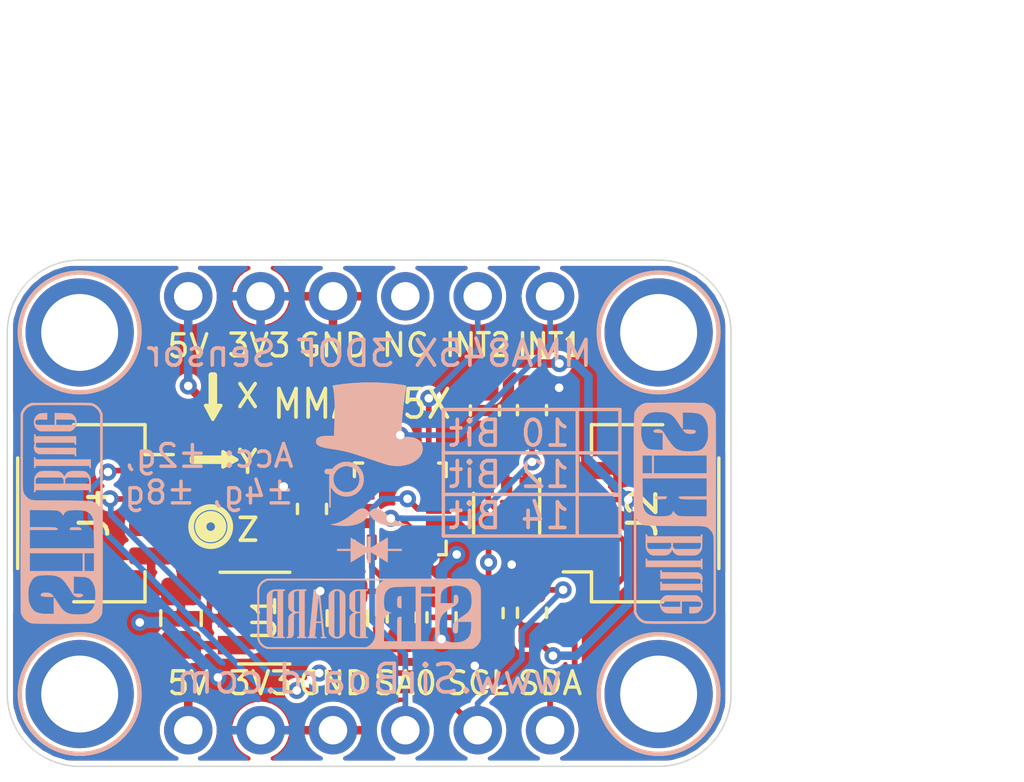
<source format=kicad_pcb>
(kicad_pcb (version 20171130) (host pcbnew "(5.1.2)-2")
  (title_block (title "MMA845X Breakout with 5V Level Shift") (date 2020-01-22) (rev 2) (company "SirBoard ") (comment 1 "Digital 10 Bit, 8bit/12Bit or 14bit I2C Accelerometer") (comment 2 "1.56Hz - 800Hz Data Rates") (comment 3 "Accelerometer: ±2g, ±4g, ±8g") (comment 4 "MMA8451, MMA8452, MMA8453 - SirBlue"))
  (layers (0 F.Cu signal) (31 B.Cu signal) (34 B.Paste user hide) (35 F.Paste user hide) (36 B.SilkS user) (37 F.SilkS user) (38 B.Mask user hide) (39 F.Mask user hide) (44 Edge.Cuts user))
  (net 0 "")
  (net 1 GND)
  (net 2 5V)
  (net 3 3V3)
  (net 4 "Net-(U1-Pad4)")
  (net 5 SCL_5V)
  (net 6 SDA_3V3)
  (net 7 SDA_5V)
  (net 8 SCL_3V3)
  (net 9 "Net-(J3-Pad4)")
  (net 10 "Net-(C3-Pad1)")
  (net 11 SA0)
  (net 12 INT1)
  (net 13 INT2)
  (net 14 "Net-(U2-Pad16)")
  (net 15 "Net-(U2-Pad15)")
  (net 16 "Net-(U2-Pad13)")
  (net 17 "Net-(U2-Pad8)")
  (net 18 "Net-(U2-Pad3)")
  (module SirBoardLibrary:QFN-COL-16-P=0.5 (layer F.Cu) (at 66.3702 35.814 90)
    (fp_text reference U2 hide)
    (fp_text value MMA8451)
    (pad 16 smd roundrect (at -0.5 -1.35 90) (size 0.35 0.9) (layers F.Cu F.Paste F.Mask) (roundrect_rratio 0.15) (net 14 "Net-(U2-Pad16)"))
    (pad 15 smd roundrect (at 0 -1.35 90) (size 0.35 0.9) (layers F.Cu F.Paste F.Mask) (roundrect_rratio 0.15) (net 15 "Net-(U2-Pad15)"))
    (pad 14 smd roundrect (at 0.5 -1.35 90) (size 0.35 0.9) (layers F.Cu F.Paste F.Mask) (roundrect_rratio 0.15) (net 3 3V3))
    (pad 13 smd roundrect (at 1.35 -1) (size 0.35 0.9) (layers F.Cu F.Paste F.Mask) (roundrect_rratio 0.15) (net 16 "Net-(U2-Pad13)"))
    (pad 12 smd roundrect (at 1.35 -0.5) (size 0.35 0.9) (layers F.Cu F.Paste F.Mask) (roundrect_rratio 0.15) (net 1 GND))
    (pad 11 smd roundrect (at 1.35 0) (size 0.35 0.9) (layers F.Cu F.Paste F.Mask) (roundrect_rratio 0.15) (net 12 INT1))
    (pad 10 smd roundrect (at 1.35 0.5) (size 0.35 0.9) (layers F.Cu F.Paste F.Mask) (roundrect_rratio 0.15) (net 1 GND))
    (pad 9 smd roundrect (at 1.35 1) (size 0.35 0.9) (layers F.Cu F.Paste F.Mask) (roundrect_rratio 0.15) (net 13 INT2))
    (pad 8 smd roundrect (at 0.5 1.35 270) (size 0.35 0.9) (layers F.Cu F.Paste F.Mask) (roundrect_rratio 0.15) (net 17 "Net-(U2-Pad8)"))
    (pad 7 smd roundrect (at 0 1.35 270) (size 0.35 0.9) (layers F.Cu F.Paste F.Mask) (roundrect_rratio 0.15) (net 11 SA0))
    (pad 6 smd roundrect (at -0.5 1.35 270) (size 0.35 0.9) (layers F.Cu F.Paste F.Mask) (roundrect_rratio 0.15) (net 6 SDA_3V3))
    (pad 5 smd roundrect (at -1.35 1 180) (size 0.35 0.9) (layers F.Cu F.Paste F.Mask) (roundrect_rratio 0.15) (net 1 GND))
    (pad 4 smd roundrect (at -1.35 0.5 180) (size 0.35 0.9) (layers F.Cu F.Paste F.Mask) (roundrect_rratio 0.15) (net 8 SCL_3V3))
    (pad 3 smd roundrect (at -1.35 0 180) (size 0.35 0.9) (layers F.Cu F.Paste F.Mask) (roundrect_rratio 0.15) (net 18 "Net-(U2-Pad3)"))
    (pad 2 smd roundrect (at -1.35 -0.5 180) (size 0.35 0.9) (layers F.Cu F.Paste F.Mask) (roundrect_rratio 0.15) (net 10 "Net-(C3-Pad1)"))
    (pad 1 smd roundrect (at -1.35 -1 180) (size 0.35 0.9) (layers F.Cu F.Paste F.Mask) (roundrect_rratio 0.15) (net 3 3V3))
  )
  (module Capacitor_SMD:C_0603_1608Metric (layer F.Cu) (at 63.2714 35.814 270)
    (fp_text reference C5 hide)
    (fp_text value 100nF)
    (pad 2 smd roundrect (at 0.7875 0 270) (size 0.875 0.95) (layers F.Cu F.Paste F.Mask) (net 1 GND))
    (pad 1 smd roundrect (at -0.7875 0 270) (size 0.875 0.95) (layers F.Cu F.Paste F.Mask) (net 3 3V3))
  )
  (module Capacitor_SMD:C_0603_1608Metric (layer F.Cu) (at 67.818 39.624 270)
    (fp_text reference C3 hide)
    (fp_text value 100nF)
    (pad 2 smd roundrect (at 0.7875 0 270) (size 0.875 0.95) (layers F.Cu F.Paste F.Mask) (net 1 GND))
    (pad 1 smd roundrect (at -0.7875 0 270) (size 0.875 0.95) (layers F.Cu F.Paste F.Mask) (net 10 "Net-(C3-Pad1)"))
  )
  (module Capacitor_SMD:C_0603_1608Metric (layer F.Cu) (at 66.421 39.624 270)
    (fp_text reference C2 hide)
    (fp_text value 100nF)
    (pad 2 smd roundrect (at 0.7875 0 270) (size 0.875 0.95) (layers F.Cu F.Paste F.Mask) (net 1 GND))
    (pad 1 smd roundrect (at -0.7875 0 270) (size 0.875 0.95) (layers F.Cu F.Paste F.Mask) (net 3 3V3))
  )
  (module logo:SirBoard79x25 (layer B.Cu) (at 65.278 39.497 180)
    (fp_text reference G*** hide)
    (fp_text value LOGO hide)
  )
  (module logo:logo63x89 (layer B.Cu) (at 65.278 34.544 180)
    (fp_text reference G*** hide)
    (fp_text value LOGO hide)
  )
  (module logo:SirBlue78x29 (layer B.Cu) (at 76.0095 35.9664 270)
    (fp_text reference G*** hide)
    (fp_text value LOGO hide)
  )
  (module logo:SirBlue78x29 (layer B.Cu) (at 54.483 35.9664 90)
    (fp_text reference G*** hide)
    (fp_text value LOGO hide)
  )
  (module Connector_PinHeader_2.54mm:PinHeader_1x06_P2.54mm_Vertical (layer B.Cu) (at 58.928 28.3464 270)
    (fp_text reference J3 hide)
    (fp_text value Conn_01x06)
    (pad 6 thru_hole oval (at 0 -12.7 270) (size 1.7 1.7) (drill 1) (layers *.Cu *.Mask) (net 12 INT1))
    (pad 5 thru_hole oval (at 0 -10.16 270) (size 1.7 1.7) (drill 1) (layers *.Cu *.Mask) (net 13 INT2))
    (pad 4 thru_hole oval (at 0 -7.62 270) (size 1.7 1.7) (drill 1) (layers *.Cu *.Mask) (net 9 "Net-(J3-Pad4)"))
    (pad 3 thru_hole oval (at 0 -5.08 270) (size 1.7 1.7) (drill 1) (layers *.Cu *.Mask) (net 1 GND))
    (pad 2 thru_hole oval (at 0 -2.54 270) (size 1.7 1.7) (drill 1) (layers *.Cu *.Mask) (net 3 3V3))
    (pad 1 thru_hole circle (at 0 0 270) (size 1.7 1.7) (drill 1) (layers *.Cu *.Mask) (net 2 5V))
  )
  (module Connector_PinHeader_2.54mm:PinHeader_1x06_P2.54mm_Vertical (layer B.Cu) (at 58.928 43.5864 270)
    (fp_text reference J1 hide)
    (fp_text value Conn_01x06)
    (pad 6 thru_hole oval (at 0 -12.7 270) (size 1.7 1.7) (drill 1) (layers *.Cu *.Mask) (net 7 SDA_5V))
    (pad 5 thru_hole oval (at 0 -10.16 270) (size 1.7 1.7) (drill 1) (layers *.Cu *.Mask) (net 5 SCL_5V))
    (pad 4 thru_hole oval (at 0 -7.62 270) (size 1.7 1.7) (drill 1) (layers *.Cu *.Mask) (net 11 SA0))
    (pad 3 thru_hole oval (at 0 -5.08 270) (size 1.7 1.7) (drill 1) (layers *.Cu *.Mask) (net 1 GND))
    (pad 2 thru_hole oval (at 0 -2.54 270) (size 1.7 1.7) (drill 1) (layers *.Cu *.Mask) (net 3 3V3))
    (pad 1 thru_hole circle (at 0 0 270) (size 1.7 1.7) (drill 1) (layers *.Cu *.Mask) (net 2 5V))
  )
  (module Package_TO_SOT_SMD:SOT-23-5 (layer F.Cu) (at 61.595 39.6494)
    (fp_text reference U1 (at 0 0 90) (layer F.SilkS) (effects (font (size 0.8 0.8) (thickness 0.12))))
    (fp_text value AP2127K-3.3)
    (pad 5 smd rect (at 1.1 -0.95) (size 1.06 0.65) (layers F.Cu F.Paste F.Mask) (net 3 3V3))
    (pad 4 smd rect (at 1.1 0.95) (size 1.06 0.65) (layers F.Cu F.Paste F.Mask) (net 4 "Net-(U1-Pad4)"))
    (pad 3 smd rect (at -1.1 0.95) (size 1.06 0.65) (layers F.Cu F.Paste F.Mask) (net 2 5V))
    (pad 2 smd rect (at -1.1 0) (size 1.06 0.65) (layers F.Cu F.Paste F.Mask) (net 1 GND))
    (pad 1 smd rect (at -1.1 -0.95) (size 1.06 0.65) (layers F.Cu F.Paste F.Mask) (net 2 5V))
  )
  (module Connector_JST:JST_SH_SM04B-SRSS-TB_1x04-1MP_P1.00mm_Horizontal (layer F.Cu) (at 55.626 35.9664 270)
    (fp_text reference J4 (at 0 0 270) (layer F.SilkS))
    (fp_text value Conn_01x04)
    (pad MP smd roundrect (at 2.8 1.875 270) (size 1.2 1.8) (layers F.Cu F.Paste F.Mask) (roundrect_rratio 0.208333))
    (pad MP smd roundrect (at -2.8 1.875 270) (size 1.2 1.8) (layers F.Cu F.Paste F.Mask) (roundrect_rratio 0.208333))
    (pad 4 smd roundrect (at 1.5 -2 270) (size 0.6 1.55) (layers F.Cu F.Paste F.Mask) (net 1 GND))
    (pad 3 smd roundrect (at 0.5 -2 270) (size 0.6 1.55) (layers F.Cu F.Paste F.Mask) (net 2 5V))
    (pad 2 smd roundrect (at -0.5 -2 270) (size 0.6 1.55) (layers F.Cu F.Paste F.Mask) (net 7 SDA_5V))
    (pad 1 smd roundrect (at -1.5 -2 270) (size 0.6 1.55) (layers F.Cu F.Paste F.Mask) (net 5 SCL_5V))
  )
  (module Connector_JST:JST_SH_SM04B-SRSS-TB_1x04-1MP_P1.00mm_Horizontal (layer F.Cu) (at 74.8665 35.9664 90)
    (fp_text reference J2 (at 0 0 90) (layer F.SilkS))
    (fp_text value Conn_01x04)
    (pad MP smd roundrect (at 2.8 1.875 90) (size 1.2 1.8) (layers F.Cu F.Paste F.Mask) (roundrect_rratio 0.208333))
    (pad MP smd roundrect (at -2.8 1.875 90) (size 1.2 1.8) (layers F.Cu F.Paste F.Mask) (roundrect_rratio 0.208333))
    (pad 4 smd roundrect (at 1.5 -2 90) (size 0.6 1.55) (layers F.Cu F.Paste F.Mask) (net 1 GND))
    (pad 3 smd roundrect (at 0.5 -2 90) (size 0.6 1.55) (layers F.Cu F.Paste F.Mask) (net 2 5V))
    (pad 2 smd roundrect (at -0.5 -2 90) (size 0.6 1.55) (layers F.Cu F.Paste F.Mask) (net 7 SDA_5V))
    (pad 1 smd roundrect (at -1.5 -2 90) (size 0.6 1.55) (layers F.Cu F.Paste F.Mask) (net 5 SCL_5V))
  )
  (module Capacitor_SMD:C_0805_2012Metric (layer F.Cu) (at 64.516 39.6494 270)
    (fp_text reference C4 hide)
    (fp_text value 10uF)
    (pad 2 smd roundrect (at 0.9375 0 270) (size 0.975 1.4) (layers F.Cu F.Paste F.Mask) (net 1 GND))
    (pad 1 smd roundrect (at -0.9375 0 270) (size 0.975 1.4) (layers F.Cu F.Paste F.Mask) (net 3 3V3))
  )
  (module Capacitor_SMD:C_0805_2012Metric (layer F.Cu) (at 58.674 39.6494 90)
    (fp_text reference C1 hide)
    (fp_text value 10uF)
    (pad 2 smd roundrect (at 0.9375 0 90) (size 0.975 1.4) (layers F.Cu F.Paste F.Mask) (net 1 GND))
    (pad 1 smd roundrect (at -0.9375 0 90) (size 0.975 1.4) (layers F.Cu F.Paste F.Mask) (net 2 5V))
  )
  (module SirBoardLibrary:MountingHole_M2.5_SirBoard (layer F.Cu) (at 55.118 42.3164 270)
    (fp_text reference H1 hide)
    (fp_text value MountingHole)
    (pad 1 thru_hole circle (at 0 0 270) (size 3.8 3.8) (drill 2.7) (layers *.Cu *.Mask))
  )
  (module SirBoardLibrary:MountingHole_M2.5_SirBoard (layer F.Cu) (at 55.118 29.6164 270)
    (fp_text reference H2 hide)
    (fp_text value MountingHole)
    (pad 1 thru_hole circle (at 0 0 270) (size 3.8 3.8) (drill 2.7) (layers *.Cu *.Mask))
  )
  (module SirBoardLibrary:MountingHole_M2.5_SirBoard (layer F.Cu) (at 75.438 42.3164 90)
    (fp_text reference H3 hide)
    (fp_text value MountingHole)
    (pad 1 thru_hole circle (at 0 0 90) (size 3.8 3.8) (drill 2.7) (layers *.Cu *.Mask))
  )
  (module SirBoardLibrary:MountingHole_M2.5_SirBoard (layer F.Cu) (at 75.438 29.6164 90)
    (fp_text reference H4 hide)
    (fp_text value MountingHole)
    (pad 1 thru_hole circle (at 0 0 90) (size 3.8 3.8) (drill 2.7) (layers *.Cu *.Mask))
  )
  (module Resistor_SMD:R_0603_1608Metric (layer F.Cu) (at 69.342 32.3596 270)
    (fp_text reference R8 hide)
    (fp_text value 10K)
    (pad 2 smd roundrect (at 0.7875 0 270) (size 0.875 0.95) (layers F.Cu F.Paste F.Mask) (net 7 SDA_5V))
    (pad 1 smd roundrect (at -0.7875 0 270) (size 0.875 0.95) (layers F.Cu F.Paste F.Mask) (net 2 5V))
  )
  (module Resistor_SMD:R_0603_1608Metric (layer F.Cu) (at 69.469 39.4716 270)
    (fp_text reference R7 hide)
    (fp_text value 10K)
    (pad 2 smd roundrect (at 0.7875 0 270) (size 0.875 0.95) (layers F.Cu F.Paste F.Mask) (net 3 3V3))
    (pad 1 smd roundrect (at -0.7875 0 270) (size 0.875 0.95) (layers F.Cu F.Paste F.Mask) (net 6 SDA_3V3))
  )
  (module Resistor_SMD:R_0603_1608Metric (layer F.Cu) (at 70.993 39.4589 90)
    (fp_text reference R6 hide)
    (fp_text value 10K)
    (pad 2 smd roundrect (at 0.7875 0 90) (size 0.875 0.95) (layers F.Cu F.Paste F.Mask) (net 5 SCL_5V))
    (pad 1 smd roundrect (at -0.7875 0 90) (size 0.875 0.95) (layers F.Cu F.Paste F.Mask) (net 2 5V))
  )
  (module Resistor_SMD:R_0603_1608Metric (layer F.Cu) (at 70.993 32.3469 90)
    (fp_text reference R5 hide)
    (fp_text value 10K)
    (pad 2 smd roundrect (at 0.7875 0 90) (size 0.875 0.95) (layers F.Cu F.Paste F.Mask) (net 3 3V3))
    (pad 1 smd roundrect (at -0.7875 0 90) (size 0.875 0.95) (layers F.Cu F.Paste F.Mask) (net 8 SCL_3V3))
  )
  (module Package_TO_SOT_SMD:SOT-363_SC-70-6 (layer F.Cu) (at 70.104 35.9664 270)
    (fp_text reference Q2 hide)
    (fp_text value BSS138DW)
    (pad 6 smd rect (at 0.95 -0.65 270) (size 0.65 0.4) (layers F.Cu F.Paste F.Mask) (net 5 SCL_5V))
    (pad 4 smd rect (at 0.95 0.65 270) (size 0.65 0.4) (layers F.Cu F.Paste F.Mask) (net 6 SDA_3V3))
    (pad 2 smd rect (at -0.95 0 270) (size 0.65 0.4) (layers F.Cu F.Paste F.Mask) (net 3 3V3))
    (pad 5 smd rect (at 0.95 0 270) (size 0.65 0.4) (layers F.Cu F.Paste F.Mask) (net 3 3V3))
    (pad 3 smd rect (at -0.95 0.65 270) (size 0.65 0.4) (layers F.Cu F.Paste F.Mask) (net 7 SDA_5V))
    (pad 1 smd rect (at -0.95 -0.65 270) (size 0.65 0.4) (layers F.Cu F.Paste F.Mask) (net 8 SCL_3V3))
  )
  (gr_line (start 67.8815 32.3215) (end 74.0791 32.3215) (layer B.SilkS) (width 0.12))
  (gr_text "10 Bit\n12 Bit\n14 Bit" (at 70.1929 34.6075) (layer B.SilkS) (effects (font (size 0.9 0.9) (thickness 0.13)) (justify mirror)))
  (gr_line (start 67.8815 33.8455) (end 74.0791 33.8455) (layer B.SilkS) (width 0.12))
  (gr_line (start 74.0791 32.3215) (end 74.0791 36.7665) (layer B.SilkS) (width 0.12))
  (gr_line (start 74.0791 36.7665) (end 67.8815 36.7665) (layer B.SilkS) (width 0.12))
  (gr_line (start 67.8815 36.7665) (end 67.8815 32.3215) (layer B.SilkS) (width 0.12))
  (gr_line (start 67.8815 35.306) (end 74.0791 35.306) (layer B.SilkS) (width 0.12))
  (gr_line (start 72.5805 32.3215) (end 72.5805 36.7665) (layer B.SilkS) (width 0.12))
  (gr_text MMA845X (at 65.024 32.131) (layer F.SilkS) (effects (font (size 1 0.9) (thickness 0.13))))
  (gr_text 5V (at 58.928 30.099) (layer F.SilkS) (effects (font (size 0.8 0.8) (thickness 0.12))))
  (gr_text 3V3 (at 61.4172 30.0736) (layer F.SilkS) (effects (font (size 0.8 0.8) (thickness 0.12))))
  (gr_text GND (at 64.008 30.0736) (layer F.SilkS) (effects (font (size 0.8 0.8) (thickness 0.12))))
  (gr_line (start 60.1472 33.8074) (end 60.1472 34.3408) (layer F.SilkS) (width 0.12))
  (gr_line (start 60.2234 33.8836) (end 60.2234 34.2646) (layer F.SilkS) (width 0.12))
  (gr_line (start 59.0804 34.1376) (end 60.452 34.1376) (layer F.SilkS) (width 0.2))
  (gr_line (start 59.0804 34.036) (end 60.452 34.036) (layer F.SilkS) (width 0.2))
  (gr_line (start 59.0804 34.0868) (end 60.452 34.0868) (layer F.SilkS) (width 0.2))
  (gr_line (start 60.6298 34.0868) (end 60.1472 33.8074) (layer F.SilkS) (width 0.12))
  (gr_line (start 60.6298 34.0868) (end 60.1472 34.3408) (layer F.SilkS) (width 0.12))
  (gr_line (start 59.9948 32.258) (end 59.6138 32.258) (layer F.SilkS) (width 0.12))
  (gr_line (start 60.071 32.1818) (end 59.5376 32.1818) (layer F.SilkS) (width 0.12))
  (gr_line (start 59.7916 31.115) (end 59.7916 32.4866) (layer F.SilkS) (width 0.2))
  (gr_line (start 59.8424 31.115) (end 59.8424 32.4866) (layer F.SilkS) (width 0.2))
  (gr_line (start 59.7408 31.115) (end 59.7408 32.4866) (layer F.SilkS) (width 0.2))
  (gr_line (start 59.7916 32.6644) (end 60.071 32.1818) (layer F.SilkS) (width 0.12))
  (gr_line (start 59.7916 32.6644) (end 59.5376 32.1818) (layer F.SilkS) (width 0.12))
  (gr_text INT1 (at 71.628 30.0609) (layer F.SilkS) (effects (font (size 0.8 0.7) (thickness 0.12))))
  (gr_text "Acc: ±2g,\n±4g, ±8g" (at 59.6646 34.5948) (layer B.SilkS) (effects (font (size 0.8 0.8) (thickness 0.12)) (justify mirror)))
  (gr_text Y (at 61.0108 34.163) (layer F.SilkS) (effects (font (size 0.8 0.8) (thickness 0.13))))
  (gr_text Z (at 61.0235 36.4744 180) (layer F.SilkS) (effects (font (size 0.8 0.8) (thickness 0.13))))
  (gr_text X (at 61.0108 31.8516) (layer F.SilkS) (effects (font (size 0.8 0.8) (thickness 0.13))))
  (gr_circle (center 59.7154 36.4363) (end 59.8654 36.4363) (layer F.SilkS) (width 0.4))
  (gr_arc (start 59.7154 36.4363) (end 59.7408 35.7505) (angle -357.8050689) (layer F.SilkS) (width 0.2))
  (gr_text INT2 (at 69.088 30.0609) (layer F.SilkS) (effects (font (size 0.8 0.7) (thickness 0.12))))
  (gr_text NC (at 66.548 30.0609) (layer F.SilkS) (effects (font (size 0.8 0.8) (thickness 0.12))))
  (gr_text 5V (at 58.928 41.9354) (layer F.SilkS) (effects (font (size 0.8 0.8) (thickness 0.12))))
  (gr_text 3V3 (at 61.468 41.9354) (layer F.SilkS) (effects (font (size 0.8 0.8) (thickness 0.12))))
  (gr_text GND (at 64.008 41.9354) (layer F.SilkS) (effects (font (size 0.8 0.8) (thickness 0.12))))
  (gr_text SA0 (at 66.548 41.9354) (layer F.SilkS) (effects (font (size 0.8 0.8) (thickness 0.12))))
  (gr_text SCL (at 69.088 41.9354) (layer F.SilkS) (effects (font (size 0.8 0.8) (thickness 0.12))))
  (gr_text SDA (at 71.628 41.9354) (layer F.SilkS) (effects (font (size 0.8 0.8) (thickness 0.12))))
  (gr_arc (start 55.118 29.6164) (end 55.118 27.0764) (angle -90) (layer Edge.Cuts) (width 0.05))
  (gr_arc (start 75.438 29.6164) (end 77.978 29.6164) (angle -90) (layer Edge.Cuts) (width 0.05))
  (gr_arc (start 75.438 42.3164) (end 75.438 44.8564) (angle -90) (layer Edge.Cuts) (width 0.05))
  (gr_arc (start 55.118 42.3164) (end 52.578 42.3164) (angle -90) (layer Edge.Cuts) (width 0.05))
  (gr_line (start 52.578 42.3164) (end 52.578 29.6164) (layer Edge.Cuts) (width 0.05))
  (gr_line (start 55.118 27.0764) (end 75.438 27.0764) (layer Edge.Cuts) (width 0.05))
  (gr_line (start 77.978 29.6164) (end 77.978 42.3164) (layer Edge.Cuts) (width 0.05))
  (gr_line (start 75.438 44.8564) (end 55.118 44.8564) (layer Edge.Cuts) (width 0.05))
  (gr_text "MMA845X 3DOF Sensor" (at 65.278 30.353) (layer B.SilkS) (effects (font (size 0.9 0.9) (thickness 0.13)) (justify mirror)))
  (gr_text www.SirBoard.com (at 65.278 41.783) (layer B.SilkS) (effects (font (size 1 1) (thickness 0.13)) (justify mirror)))
  (via (at 67.818 40.386) (size 0.6) (drill 0.3) (layers F.Cu B.Cu) (net 1))
  (via (at 59.9694 41.7322) (size 0.6) (drill 0.3) (layers F.Cu B.Cu) (net 1))
  (via (at 57.2262 39.8018) (size 0.6) (drill 0.3) (layers F.Cu B.Cu) (net 1))
  (segment (start 58.039 39.8018) (end 59.9694 41.7322) (width 0.4) (layer B.Cu) (net 1))
  (segment (start 57.2262 39.8018) (end 58.039 39.8018) (width 0.4) (layer B.Cu) (net 1))
  (via (at 68.3514 37.4142) (size 0.6) (drill 0.3) (layers F.Cu B.Cu) (net 1))
  (segment (start 67.818 40.386) (end 67.818 37.9476) (width 0.4) (layer B.Cu) (net 1))
  (segment (start 68.051401 37.714199) (end 68.3514 37.4142) (width 0.4) (layer B.Cu) (net 1))
  (segment (start 67.818 37.9476) (end 68.051401 37.714199) (width 0.4) (layer B.Cu) (net 1))
  (segment (start 58.674 40.5869) (end 58.674 41.7449) (width 0.3) (layer F.Cu) (net 2))
  (segment (start 58.928 41.9989) (end 58.928 43.5864) (width 0.3) (layer F.Cu) (net 2))
  (segment (start 58.674 41.7449) (end 58.928 41.9989) (width 0.3) (layer F.Cu) (net 2))
  (segment (start 58.6865 40.5994) (end 58.674 40.5869) (width 0.3) (layer F.Cu) (net 2))
  (segment (start 60.495 40.5994) (end 58.6865 40.5994) (width 0.3) (layer F.Cu) (net 2))
  (segment (start 61.2165 40.5994) (end 60.495 40.5994) (width 0.3) (layer F.Cu) (net 2))
  (segment (start 61.468 40.3479) (end 61.2165 40.5994) (width 0.3) (layer F.Cu) (net 2))
  (segment (start 60.495 38.6994) (end 61.2165 38.6994) (width 0.3) (layer F.Cu) (net 2))
  (segment (start 61.2165 38.6994) (end 61.468 38.9509) (width 0.3) (layer F.Cu) (net 2))
  (via (at 71.7296 40.9702) (size 0.6) (drill 0.3) (layers F.Cu B.Cu) (net 2))
  (segment (start 70.993 40.2464) (end 71.0058 40.2464) (width 0.2) (layer F.Cu) (net 2))
  (segment (start 71.0058 40.2464) (end 71.7296 40.9702) (width 0.2) (layer F.Cu) (net 2))
  (segment (start 71.7296 40.9702) (end 72.5424 40.9702) (width 0.3) (layer B.Cu) (net 2))
  (via (at 74.3712 35.4838) (size 0.6) (drill 0.3) (layers F.Cu B.Cu) (net 2))
  (segment (start 72.5424 40.9702) (end 74.3712 39.1414) (width 0.3) (layer B.Cu) (net 2))
  (segment (start 74.3712 39.1414) (end 74.3712 35.4838) (width 0.3) (layer B.Cu) (net 2))
  (segment (start 72.8839 35.4838) (end 72.8665 35.4664) (width 0.2) (layer F.Cu) (net 2))
  (segment (start 74.3712 35.4838) (end 72.8839 35.4838) (width 0.2) (layer F.Cu) (net 2))
  (segment (start 60.495 37.6096) (end 60.495 38.6994) (width 0.3) (layer F.Cu) (net 2))
  (segment (start 59.3344 36.4314) (end 60.495 37.592) (width 0.3) (layer F.Cu) (net 2))
  (segment (start 57.626 36.4664) (end 57.6434 36.449) (width 0.3) (layer F.Cu) (net 2))
  (segment (start 57.6434 36.449) (end 59.3344 36.449) (width 0.3) (layer F.Cu) (net 2))
  (via (at 71.9582 30.7086) (size 0.6) (drill 0.3) (layers F.Cu B.Cu) (net 2))
  (segment (start 69.342 31.5721) (end 70.2055 30.7086) (width 0.3) (layer F.Cu) (net 2))
  (segment (start 70.2055 30.7086) (end 71.9582 30.7086) (width 0.3) (layer F.Cu) (net 2))
  (segment (start 72.9742 34.0868) (end 74.3712 35.4838) (width 0.3) (layer B.Cu) (net 2))
  (segment (start 72.9742 31.1658) (end 72.9742 34.0868) (width 0.3) (layer B.Cu) (net 2))
  (segment (start 71.9582 30.7086) (end 72.517 30.7086) (width 0.3) (layer B.Cu) (net 2))
  (segment (start 72.517 30.7086) (end 72.9742 31.1658) (width 0.3) (layer B.Cu) (net 2))
  (segment (start 61.468 39.6748) (end 65.6844 39.6748) (width 0.2) (layer F.Cu) (net 2))
  (segment (start 61.468 38.9509) (end 61.468 39.6748) (width 0.3) (layer F.Cu) (net 2))
  (segment (start 61.468 39.6748) (end 61.468 40.3479) (width 0.3) (layer F.Cu) (net 2))
  (segment (start 65.6844 39.6748) (end 65.7352 39.624) (width 0.2) (layer F.Cu) (net 2))
  (segment (start 65.7352 39.624) (end 68.5546 39.624) (width 0.2) (layer F.Cu) (net 2))
  (segment (start 68.5546 39.624) (end 68.707 39.4716) (width 0.2) (layer F.Cu) (net 2))
  (segment (start 70.2182 39.4716) (end 70.993 40.2464) (width 0.2) (layer F.Cu) (net 2))
  (segment (start 68.707 39.4716) (end 70.2182 39.4716) (width 0.2) (layer F.Cu) (net 2))
  (segment (start 59.3344 36.449) (end 59.3344 31.9024) (width 0.3) (layer F.Cu) (net 2))
  (segment (start 59.3344 31.9024) (end 58.928 31.496) (width 0.3) (layer F.Cu) (net 2))
  (segment (start 58.928 31.496) (end 58.928 31.496) (width 0.3) (layer F.Cu) (net 2))
  (via (at 58.928 31.496) (size 0.6) (drill 0.3) (layers F.Cu B.Cu) (net 2))
  (segment (start 58.928 31.496) (end 58.928 28.3464) (width 0.3) (layer B.Cu) (net 2))
  (segment (start 64.5035 38.6994) (end 64.516 38.7119) (width 0.3) (layer F.Cu) (net 3))
  (segment (start 62.695 38.6994) (end 63.561 38.6994) (width 0.3) (layer F.Cu) (net 3))
  (segment (start 63.561 38.6994) (end 63.561 38.6994) (width 0.3) (layer F.Cu) (net 3))
  (segment (start 70.104 34.4914) (end 70.1548 34.4406) (width 0.2) (layer F.Cu) (net 3))
  (segment (start 70.104 35.0164) (end 70.104 34.4914) (width 0.2) (layer F.Cu) (net 3))
  (segment (start 70.1548 32.3976) (end 70.993 31.5594) (width 0.2) (layer F.Cu) (net 3))
  (segment (start 70.1548 34.4406) (end 70.1548 32.3976) (width 0.2) (layer F.Cu) (net 3))
  (segment (start 63.561 38.6994) (end 64.5035 38.6994) (width 0.3) (layer F.Cu) (net 3))
  (via (at 63.561 38.6994) (size 0.6) (drill 0.3) (layers F.Cu B.Cu) (net 3))
  (via (at 70.2818 37.7698) (size 0.6) (drill 0.3) (layers F.Cu B.Cu) (net 3))
  (segment (start 70.104 36.9164) (end 70.104 37.592) (width 0.2) (layer F.Cu) (net 3))
  (segment (start 70.104 37.592) (end 70.2818 37.7698) (width 0.2) (layer F.Cu) (net 3))
  (via (at 71.9456 31.5594) (size 0.6) (drill 0.3) (layers F.Cu B.Cu) (net 3))
  (segment (start 70.993 31.5594) (end 71.9456 31.5594) (width 0.2) (layer F.Cu) (net 3))
  (segment (start 66.3447 38.8365) (end 66.421 38.8365) (width 0.2) (layer F.Cu) (net 3))
  (segment (start 65.3702 37.164) (end 65.3702 37.862) (width 0.2) (layer F.Cu) (net 3))
  (segment (start 65.3702 37.862) (end 66.3447 38.8365) (width 0.2) (layer F.Cu) (net 3))
  (segment (start 66.421 38.8365) (end 65.6589 38.8365) (width 0.2) (layer F.Cu) (net 3))
  (segment (start 65.5343 38.7119) (end 64.516 38.7119) (width 0.2) (layer F.Cu) (net 3))
  (segment (start 65.6589 38.8365) (end 65.5343 38.7119) (width 0.2) (layer F.Cu) (net 3))
  (segment (start 65.0202 35.314) (end 64.4224 35.314) (width 0.2) (layer F.Cu) (net 3))
  (segment (start 64.1349 35.0265) (end 63.2714 35.0265) (width 0.2) (layer F.Cu) (net 3))
  (segment (start 64.4224 35.314) (end 64.1349 35.0265) (width 0.2) (layer F.Cu) (net 3))
  (via (at 62.2808 35.0266) (size 0.6) (drill 0.3) (layers F.Cu B.Cu) (net 3))
  (segment (start 63.2714 35.0265) (end 62.2809 35.0265) (width 0.2) (layer F.Cu) (net 3))
  (segment (start 62.2809 35.0265) (end 62.2808 35.0266) (width 0.2) (layer F.Cu) (net 3))
  (via (at 68.9864 41.3258) (size 0.6) (drill 0.3) (layers F.Cu B.Cu) (net 3))
  (segment (start 69.469 40.2591) (end 69.469 40.8432) (width 0.2) (layer F.Cu) (net 3))
  (segment (start 69.469 40.8432) (end 68.9864 41.3258) (width 0.2) (layer F.Cu) (net 3))
  (segment (start 70.993 37.7444) (end 70.993 38.6714) (width 0.2) (layer F.Cu) (net 5))
  (segment (start 71.271 37.4664) (end 70.993 37.7444) (width 0.2) (layer F.Cu) (net 5))
  (segment (start 72.8665 37.4664) (end 71.271 37.4664) (width 0.2) (layer F.Cu) (net 5))
  (segment (start 71.2724 37.465) (end 70.993 37.7444) (width 0.2) (layer F.Cu) (net 5))
  (segment (start 71.2724 37.1602) (end 71.2724 37.465) (width 0.2) (layer F.Cu) (net 5))
  (segment (start 70.754 36.9164) (end 71.0286 36.9164) (width 0.2) (layer F.Cu) (net 5))
  (segment (start 71.0286 36.9164) (end 71.2724 37.1602) (width 0.2) (layer F.Cu) (net 5))
  (via (at 56.1086 34.5186) (size 0.6) (drill 0.3) (layers F.Cu B.Cu) (net 5))
  (segment (start 56.1608 34.4664) (end 57.626 34.4664) (width 0.2) (layer F.Cu) (net 5))
  (segment (start 56.1086 34.5186) (end 56.1608 34.4664) (width 0.2) (layer F.Cu) (net 5))
  (segment (start 69.088 43.5864) (end 67.691 42.1894) (width 0.2) (layer F.Cu) (net 5))
  (via (at 62.738 42.1894) (size 0.6) (drill 0.3) (layers F.Cu B.Cu) (net 5))
  (segment (start 67.691 42.1894) (end 62.738 42.1894) (width 0.2) (layer F.Cu) (net 5))
  (segment (start 55.499 35.1282) (end 56.1086 34.5186) (width 0.2) (layer B.Cu) (net 5))
  (segment (start 55.499 36.1188) (end 55.499 35.1282) (width 0.2) (layer B.Cu) (net 5))
  (segment (start 62.738 42.1894) (end 61.5696 42.1894) (width 0.2) (layer B.Cu) (net 5))
  (segment (start 61.5696 42.1894) (end 55.499 36.1188) (width 0.2) (layer B.Cu) (net 5))
  (segment (start 67.691 42.1894) (end 67.691 42.1894) (width 0.2) (layer F.Cu) (net 5))
  (via (at 72.0852 38.6588) (size 0.6) (drill 0.3) (layers F.Cu B.Cu) (net 5))
  (segment (start 71.0056 38.6588) (end 70.993 38.6714) (width 0.2) (layer F.Cu) (net 5))
  (segment (start 72.0852 38.6588) (end 71.0056 38.6588) (width 0.2) (layer F.Cu) (net 5))
  (segment (start 70.6374 40.1066) (end 72.0852 38.6588) (width 0.2) (layer B.Cu) (net 5))
  (segment (start 70.6374 41.0972) (end 70.6374 40.1066) (width 0.2) (layer B.Cu) (net 5))
  (segment (start 69.088 43.5864) (end 69.088 42.6466) (width 0.2) (layer B.Cu) (net 5))
  (segment (start 69.088 42.6466) (end 70.6374 41.0972) (width 0.2) (layer B.Cu) (net 5))
  (segment (start 69.469 36.9314) (end 69.454 36.9164) (width 0.2) (layer F.Cu) (net 6))
  (via (at 69.469 37.6936) (size 0.6) (drill 0.3) (layers F.Cu B.Cu) (net 6))
  (segment (start 69.469 38.6841) (end 69.469 37.6936) (width 0.2) (layer F.Cu) (net 6))
  (segment (start 69.469 37.6936) (end 69.469 36.9314) (width 0.2) (layer F.Cu) (net 6))
  (segment (start 69.0474 36.9164) (end 69.454 36.9164) (width 0.2) (layer F.Cu) (net 6))
  (segment (start 67.7202 36.314) (end 68.445 36.314) (width 0.2) (layer F.Cu) (net 6))
  (segment (start 68.445 36.314) (end 69.0474 36.9164) (width 0.2) (layer F.Cu) (net 6))
  (segment (start 69.454 35.0164) (end 69.454 34.1734) (width 0.2) (layer F.Cu) (net 7))
  (segment (start 69.342 34.0614) (end 69.342 33.1471) (width 0.2) (layer F.Cu) (net 7))
  (segment (start 69.454 34.1734) (end 69.342 34.0614) (width 0.2) (layer F.Cu) (net 7))
  (segment (start 69.454 35.5414) (end 69.8536 35.941) (width 0.2) (layer F.Cu) (net 7))
  (segment (start 69.454 35.0164) (end 69.454 35.5414) (width 0.2) (layer F.Cu) (net 7))
  (segment (start 69.8536 35.941) (end 71.2724 35.941) (width 0.2) (layer F.Cu) (net 7))
  (segment (start 71.7978 36.4664) (end 72.8665 36.4664) (width 0.2) (layer F.Cu) (net 7))
  (segment (start 71.2724 35.941) (end 71.7978 36.4664) (width 0.2) (layer F.Cu) (net 7))
  (segment (start 73.7415 36.4664) (end 72.8665 36.4664) (width 0.2) (layer F.Cu) (net 7))
  (segment (start 71.628 42.384319) (end 72.4916 41.520719) (width 0.2) (layer F.Cu) (net 7))
  (segment (start 71.628 43.5864) (end 71.628 42.384319) (width 0.2) (layer F.Cu) (net 7))
  (segment (start 72.4916 41.520719) (end 72.4916 39.9288) (width 0.2) (layer F.Cu) (net 7))
  (segment (start 72.4916 39.9288) (end 74.2188 38.2016) (width 0.2) (layer F.Cu) (net 7))
  (segment (start 74.2188 38.2016) (end 74.2188 36.9437) (width 0.2) (layer F.Cu) (net 7))
  (segment (start 74.2188 36.9437) (end 73.7415 36.4664) (width 0.2) (layer F.Cu) (net 7))
  (via (at 63.5254 41.5798) (size 0.6) (drill 0.3) (layers F.Cu B.Cu) (net 7))
  (via (at 56.1848 35.4584) (size 0.6) (drill 0.3) (layers F.Cu B.Cu) (net 7))
  (segment (start 57.626 35.4664) (end 56.1928 35.4664) (width 0.2) (layer F.Cu) (net 7))
  (segment (start 56.1928 35.4664) (end 56.1848 35.4584) (width 0.2) (layer F.Cu) (net 7))
  (segment (start 56.2102 35.4838) (end 56.1848 35.4584) (width 0.2) (layer B.Cu) (net 7))
  (segment (start 56.2102 36.0172) (end 56.2102 35.4838) (width 0.2) (layer B.Cu) (net 7))
  (segment (start 63.5254 41.5798) (end 61.7728 41.5798) (width 0.2) (layer B.Cu) (net 7))
  (segment (start 61.7728 41.5798) (end 56.2102 36.0172) (width 0.2) (layer B.Cu) (net 7))
  (segment (start 67.8434 41.5798) (end 63.5254 41.5798) (width 0.2) (layer F.Cu) (net 7))
  (segment (start 68.5038 42.2402) (end 67.8434 41.5798) (width 0.2) (layer F.Cu) (net 7))
  (segment (start 71.628 42.384319) (end 71.483881 42.2402) (width 0.2) (layer F.Cu) (net 7))
  (segment (start 71.483881 42.2402) (end 68.5038 42.2402) (width 0.2) (layer F.Cu) (net 7))
  (segment (start 70.754 34.402) (end 70.754 35.0164) (width 0.2) (layer F.Cu) (net 8))
  (segment (start 70.993 33.1344) (end 70.993 34.163) (width 0.2) (layer F.Cu) (net 8))
  (segment (start 70.993 34.163) (end 70.993 34.163) (width 0.2) (layer F.Cu) (net 8))
  (segment (start 70.993 34.163) (end 70.754 34.402) (width 0.2) (layer F.Cu) (net 8))
  (via (at 70.993 34.163) (size 0.6) (drill 0.3) (layers F.Cu B.Cu) (net 8))
  (via (at 66.04 36.1442) (size 0.6) (drill 0.3) (layers F.Cu B.Cu) (net 8))
  (segment (start 66.4004 36.1442) (end 66.04 36.1442) (width 0.2) (layer F.Cu) (net 8))
  (segment (start 66.8702 37.164) (end 66.8702 36.614) (width 0.2) (layer F.Cu) (net 8))
  (segment (start 66.8702 36.614) (end 66.4004 36.1442) (width 0.2) (layer F.Cu) (net 8))
  (segment (start 69.0118 36.1442) (end 70.993 34.163) (width 0.2) (layer B.Cu) (net 8))
  (segment (start 66.04 36.1442) (end 69.0118 36.1442) (width 0.2) (layer B.Cu) (net 8))
  (segment (start 66.9291 37.9476) (end 67.818 38.8365) (width 0.2) (layer F.Cu) (net 10))
  (segment (start 66.088455 37.9476) (end 66.9291 37.9476) (width 0.2) (layer F.Cu) (net 10))
  (segment (start 65.8702 37.164) (end 65.8702 37.729345) (width 0.2) (layer F.Cu) (net 10))
  (segment (start 65.8702 37.729345) (end 66.088455 37.9476) (width 0.2) (layer F.Cu) (net 10))
  (via (at 66.6242 35.4584) (size 0.6) (drill 0.3) (layers F.Cu B.Cu) (net 11))
  (segment (start 67.7202 35.814) (end 66.9798 35.814) (width 0.2) (layer F.Cu) (net 11))
  (segment (start 66.9798 35.814) (end 66.6242 35.4584) (width 0.2) (layer F.Cu) (net 11))
  (segment (start 66.6242 35.4584) (end 65.7352 35.4584) (width 0.2) (layer B.Cu) (net 11))
  (segment (start 65.7352 35.4584) (end 65.3796 35.814) (width 0.2) (layer B.Cu) (net 11))
  (segment (start 65.3796 35.814) (end 65.3796 39.751) (width 0.2) (layer B.Cu) (net 11))
  (segment (start 66.548 40.9194) (end 66.548 43.5864) (width 0.2) (layer B.Cu) (net 11))
  (segment (start 65.3796 39.751) (end 66.548 40.9194) (width 0.2) (layer B.Cu) (net 11))
  (via (at 66.3702 33.2232) (size 0.6) (drill 0.3) (layers F.Cu B.Cu) (net 12))
  (segment (start 66.3702 34.464) (end 66.3702 33.2232) (width 0.2) (layer F.Cu) (net 12))
  (segment (start 71.628 30.0482) (end 71.628 28.3464) (width 0.2) (layer B.Cu) (net 12))
  (segment (start 66.3702 33.2232) (end 68.453 33.2232) (width 0.2) (layer B.Cu) (net 12))
  (segment (start 68.453 33.2232) (end 71.628 30.0482) (width 0.2) (layer B.Cu) (net 12))
  (via (at 67.3702 31.9278) (size 0.6) (drill 0.3) (layers F.Cu B.Cu) (net 13))
  (segment (start 67.3702 34.464) (end 67.3702 31.9278) (width 0.2) (layer F.Cu) (net 13))
  (segment (start 69.088 28.3464) (end 69.088 30.21) (width 0.2) (layer B.Cu) (net 13))
  (segment (start 69.088 30.21) (end 67.670199 31.627801) (width 0.2) (layer B.Cu) (net 13))
  (segment (start 67.670199 31.627801) (end 67.3702 31.9278) (width 0.2) (layer B.Cu) (net 13))
  (zone (net 3) (net_name 3V3) (layer B.Cu) (connect_pads (clearance 0.15)) (min_thickness 0.15) (fill yes (arc_segments 32) (thermal_gap 0.2) (thermal_bridge_width 0.3))
    (polygon (pts (xy 52.7812 27.2796) (xy 77.7748 27.2796) (xy 77.7748 44.6532) (xy 52.7812 44.6532)))
  )
  (zone (net 1) (net_name GND) (layer F.Cu) (connect_pads (clearance 0.15)) (min_thickness 0.15) (fill yes (arc_segments 32) (thermal_gap 0.2) (thermal_bridge_width 0.3))
    (polygon (pts (xy 52.7812 27.2796) (xy 77.7748 27.2796) (xy 77.7748 44.6532) (xy 52.7812 44.6532)))
  )
)
</source>
